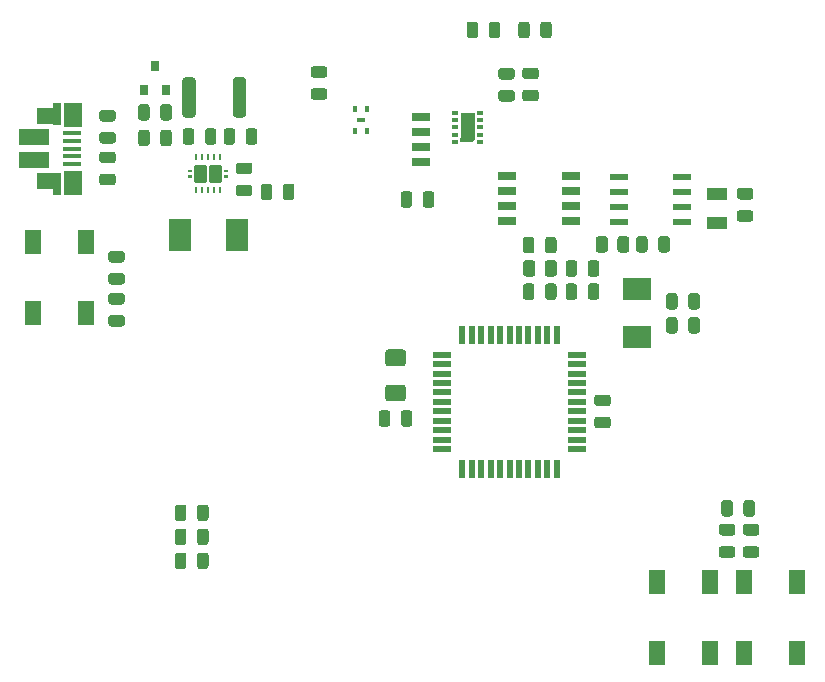
<source format=gtp>
G04 #@! TF.GenerationSoftware,KiCad,Pcbnew,(5.1.9)-1*
G04 #@! TF.CreationDate,2021-06-14T08:32:31+02:00*
G04 #@! TF.ProjectId,SmartSensor,536d6172-7453-4656-9e73-6f722e6b6963,rev?*
G04 #@! TF.SameCoordinates,Original*
G04 #@! TF.FileFunction,Paste,Top*
G04 #@! TF.FilePolarity,Positive*
%FSLAX46Y46*%
G04 Gerber Fmt 4.6, Leading zero omitted, Abs format (unit mm)*
G04 Created by KiCad (PCBNEW (5.1.9)-1) date 2021-06-14 08:32:31*
%MOMM*%
%LPD*%
G01*
G04 APERTURE LIST*
%ADD10R,0.800000X0.350000*%
%ADD11R,0.300000X0.500000*%
%ADD12R,2.000000X1.350000*%
%ADD13R,0.700000X1.825000*%
%ADD14R,1.500000X2.000000*%
%ADD15R,1.650000X0.400000*%
%ADD16R,2.500000X1.430000*%
%ADD17R,1.903000X2.790000*%
%ADD18R,0.800000X0.900000*%
%ADD19R,0.240000X0.600000*%
%ADD20C,0.100000*%
%ADD21R,1.000000X0.300000*%
%ADD22R,1.300000X2.200000*%
%ADD23R,0.600000X0.400000*%
%ADD24R,1.550000X0.600000*%
%ADD25R,1.500000X0.550000*%
%ADD26R,0.550000X1.500000*%
%ADD27R,1.800000X1.000000*%
%ADD28R,1.500000X0.650000*%
%ADD29R,2.400000X1.900000*%
%ADD30R,1.600000X0.700000*%
%ADD31R,1.400000X2.100000*%
G04 APERTURE END LIST*
G36*
G01*
X226770250Y-127644500D02*
X225857750Y-127644500D01*
G75*
G02*
X225614000Y-127400750I0J243750D01*
G01*
X225614000Y-126913250D01*
G75*
G02*
X225857750Y-126669500I243750J0D01*
G01*
X226770250Y-126669500D01*
G75*
G02*
X227014000Y-126913250I0J-243750D01*
G01*
X227014000Y-127400750D01*
G75*
G02*
X226770250Y-127644500I-243750J0D01*
G01*
G37*
G36*
G01*
X226770250Y-129519500D02*
X225857750Y-129519500D01*
G75*
G02*
X225614000Y-129275750I0J243750D01*
G01*
X225614000Y-128788250D01*
G75*
G02*
X225857750Y-128544500I243750J0D01*
G01*
X226770250Y-128544500D01*
G75*
G02*
X227014000Y-128788250I0J-243750D01*
G01*
X227014000Y-129275750D01*
G75*
G02*
X226770250Y-129519500I-243750J0D01*
G01*
G37*
G36*
G01*
X184805500Y-99008250D02*
X184805500Y-98095750D01*
G75*
G02*
X185049250Y-97852000I243750J0D01*
G01*
X185536750Y-97852000D01*
G75*
G02*
X185780500Y-98095750I0J-243750D01*
G01*
X185780500Y-99008250D01*
G75*
G02*
X185536750Y-99252000I-243750J0D01*
G01*
X185049250Y-99252000D01*
G75*
G02*
X184805500Y-99008250I0J243750D01*
G01*
G37*
G36*
G01*
X186680500Y-99008250D02*
X186680500Y-98095750D01*
G75*
G02*
X186924250Y-97852000I243750J0D01*
G01*
X187411750Y-97852000D01*
G75*
G02*
X187655500Y-98095750I0J-243750D01*
G01*
X187655500Y-99008250D01*
G75*
G02*
X187411750Y-99252000I-243750J0D01*
G01*
X186924250Y-99252000D01*
G75*
G02*
X186680500Y-99008250I0J243750D01*
G01*
G37*
G36*
G01*
X184510500Y-93396750D02*
X184510500Y-94309250D01*
G75*
G02*
X184266750Y-94553000I-243750J0D01*
G01*
X183779250Y-94553000D01*
G75*
G02*
X183535500Y-94309250I0J243750D01*
G01*
X183535500Y-93396750D01*
G75*
G02*
X183779250Y-93153000I243750J0D01*
G01*
X184266750Y-93153000D01*
G75*
G02*
X184510500Y-93396750I0J-243750D01*
G01*
G37*
G36*
G01*
X182635500Y-93396750D02*
X182635500Y-94309250D01*
G75*
G02*
X182391750Y-94553000I-243750J0D01*
G01*
X181904250Y-94553000D01*
G75*
G02*
X181660500Y-94309250I0J243750D01*
G01*
X181660500Y-93396750D01*
G75*
G02*
X181904250Y-93153000I243750J0D01*
G01*
X182391750Y-93153000D01*
G75*
G02*
X182635500Y-93396750I0J-243750D01*
G01*
G37*
G36*
G01*
X175396500Y-93523750D02*
X175396500Y-94436250D01*
G75*
G02*
X175152750Y-94680000I-243750J0D01*
G01*
X174665250Y-94680000D01*
G75*
G02*
X174421500Y-94436250I0J243750D01*
G01*
X174421500Y-93523750D01*
G75*
G02*
X174665250Y-93280000I243750J0D01*
G01*
X175152750Y-93280000D01*
G75*
G02*
X175396500Y-93523750I0J-243750D01*
G01*
G37*
G36*
G01*
X177271500Y-93523750D02*
X177271500Y-94436250D01*
G75*
G02*
X177027750Y-94680000I-243750J0D01*
G01*
X176540250Y-94680000D01*
G75*
G02*
X176296500Y-94436250I0J243750D01*
G01*
X176296500Y-93523750D01*
G75*
G02*
X176540250Y-93280000I243750J0D01*
G01*
X177027750Y-93280000D01*
G75*
G02*
X177271500Y-93523750I0J-243750D01*
G01*
G37*
G36*
G01*
X178201500Y-94309250D02*
X178201500Y-93396750D01*
G75*
G02*
X178445250Y-93153000I243750J0D01*
G01*
X178932750Y-93153000D01*
G75*
G02*
X179176500Y-93396750I0J-243750D01*
G01*
X179176500Y-94309250D01*
G75*
G02*
X178932750Y-94553000I-243750J0D01*
G01*
X178445250Y-94553000D01*
G75*
G02*
X178201500Y-94309250I0J243750D01*
G01*
G37*
G36*
G01*
X180076500Y-94309250D02*
X180076500Y-93396750D01*
G75*
G02*
X180320250Y-93153000I243750J0D01*
G01*
X180807750Y-93153000D01*
G75*
G02*
X181051500Y-93396750I0J-243750D01*
G01*
X181051500Y-94309250D01*
G75*
G02*
X180807750Y-94553000I-243750J0D01*
G01*
X180320250Y-94553000D01*
G75*
G02*
X180076500Y-94309250I0J243750D01*
G01*
G37*
G36*
G01*
X208101250Y-89006500D02*
X207188750Y-89006500D01*
G75*
G02*
X206945000Y-88762750I0J243750D01*
G01*
X206945000Y-88275250D01*
G75*
G02*
X207188750Y-88031500I243750J0D01*
G01*
X208101250Y-88031500D01*
G75*
G02*
X208345000Y-88275250I0J-243750D01*
G01*
X208345000Y-88762750D01*
G75*
G02*
X208101250Y-89006500I-243750J0D01*
G01*
G37*
G36*
G01*
X208101250Y-90881500D02*
X207188750Y-90881500D01*
G75*
G02*
X206945000Y-90637750I0J243750D01*
G01*
X206945000Y-90150250D01*
G75*
G02*
X207188750Y-89906500I243750J0D01*
G01*
X208101250Y-89906500D01*
G75*
G02*
X208345000Y-90150250I0J-243750D01*
G01*
X208345000Y-90637750D01*
G75*
G02*
X208101250Y-90881500I-243750J0D01*
G01*
G37*
G36*
G01*
X206069250Y-90911500D02*
X205156750Y-90911500D01*
G75*
G02*
X204913000Y-90667750I0J243750D01*
G01*
X204913000Y-90180250D01*
G75*
G02*
X205156750Y-89936500I243750J0D01*
G01*
X206069250Y-89936500D01*
G75*
G02*
X206313000Y-90180250I0J-243750D01*
G01*
X206313000Y-90667750D01*
G75*
G02*
X206069250Y-90911500I-243750J0D01*
G01*
G37*
G36*
G01*
X206069250Y-89036500D02*
X205156750Y-89036500D01*
G75*
G02*
X204913000Y-88792750I0J243750D01*
G01*
X204913000Y-88305250D01*
G75*
G02*
X205156750Y-88061500I243750J0D01*
G01*
X206069250Y-88061500D01*
G75*
G02*
X206313000Y-88305250I0J-243750D01*
G01*
X206313000Y-88792750D01*
G75*
G02*
X206069250Y-89036500I-243750J0D01*
G01*
G37*
G36*
G01*
X198521500Y-99643250D02*
X198521500Y-98730750D01*
G75*
G02*
X198765250Y-98487000I243750J0D01*
G01*
X199252750Y-98487000D01*
G75*
G02*
X199496500Y-98730750I0J-243750D01*
G01*
X199496500Y-99643250D01*
G75*
G02*
X199252750Y-99887000I-243750J0D01*
G01*
X198765250Y-99887000D01*
G75*
G02*
X198521500Y-99643250I0J243750D01*
G01*
G37*
G36*
G01*
X196646500Y-99643250D02*
X196646500Y-98730750D01*
G75*
G02*
X196890250Y-98487000I243750J0D01*
G01*
X197377750Y-98487000D01*
G75*
G02*
X197621500Y-98730750I0J-243750D01*
G01*
X197621500Y-99643250D01*
G75*
G02*
X197377750Y-99887000I-243750J0D01*
G01*
X196890250Y-99887000D01*
G75*
G02*
X196646500Y-99643250I0J243750D01*
G01*
G37*
G36*
G01*
X190194250Y-88879500D02*
X189281750Y-88879500D01*
G75*
G02*
X189038000Y-88635750I0J243750D01*
G01*
X189038000Y-88148250D01*
G75*
G02*
X189281750Y-87904500I243750J0D01*
G01*
X190194250Y-87904500D01*
G75*
G02*
X190438000Y-88148250I0J-243750D01*
G01*
X190438000Y-88635750D01*
G75*
G02*
X190194250Y-88879500I-243750J0D01*
G01*
G37*
G36*
G01*
X190194250Y-90754500D02*
X189281750Y-90754500D01*
G75*
G02*
X189038000Y-90510750I0J243750D01*
G01*
X189038000Y-90023250D01*
G75*
G02*
X189281750Y-89779500I243750J0D01*
G01*
X190194250Y-89779500D01*
G75*
G02*
X190438000Y-90023250I0J-243750D01*
G01*
X190438000Y-90510750D01*
G75*
G02*
X190194250Y-90754500I-243750J0D01*
G01*
G37*
G36*
G01*
X221000500Y-108279250D02*
X221000500Y-107366750D01*
G75*
G02*
X221244250Y-107123000I243750J0D01*
G01*
X221731750Y-107123000D01*
G75*
G02*
X221975500Y-107366750I0J-243750D01*
G01*
X221975500Y-108279250D01*
G75*
G02*
X221731750Y-108523000I-243750J0D01*
G01*
X221244250Y-108523000D01*
G75*
G02*
X221000500Y-108279250I0J243750D01*
G01*
G37*
G36*
G01*
X219125500Y-108279250D02*
X219125500Y-107366750D01*
G75*
G02*
X219369250Y-107123000I243750J0D01*
G01*
X219856750Y-107123000D01*
G75*
G02*
X220100500Y-107366750I0J-243750D01*
G01*
X220100500Y-108279250D01*
G75*
G02*
X219856750Y-108523000I-243750J0D01*
G01*
X219369250Y-108523000D01*
G75*
G02*
X219125500Y-108279250I0J243750D01*
G01*
G37*
G36*
G01*
X223794500Y-125805250D02*
X223794500Y-124892750D01*
G75*
G02*
X224038250Y-124649000I243750J0D01*
G01*
X224525750Y-124649000D01*
G75*
G02*
X224769500Y-124892750I0J-243750D01*
G01*
X224769500Y-125805250D01*
G75*
G02*
X224525750Y-126049000I-243750J0D01*
G01*
X224038250Y-126049000D01*
G75*
G02*
X223794500Y-125805250I0J243750D01*
G01*
G37*
G36*
G01*
X225669500Y-125805250D02*
X225669500Y-124892750D01*
G75*
G02*
X225913250Y-124649000I243750J0D01*
G01*
X226400750Y-124649000D01*
G75*
G02*
X226644500Y-124892750I0J-243750D01*
G01*
X226644500Y-125805250D01*
G75*
G02*
X226400750Y-126049000I-243750J0D01*
G01*
X225913250Y-126049000D01*
G75*
G02*
X225669500Y-125805250I0J243750D01*
G01*
G37*
G36*
G01*
X219125500Y-110311250D02*
X219125500Y-109398750D01*
G75*
G02*
X219369250Y-109155000I243750J0D01*
G01*
X219856750Y-109155000D01*
G75*
G02*
X220100500Y-109398750I0J-243750D01*
G01*
X220100500Y-110311250D01*
G75*
G02*
X219856750Y-110555000I-243750J0D01*
G01*
X219369250Y-110555000D01*
G75*
G02*
X219125500Y-110311250I0J243750D01*
G01*
G37*
G36*
G01*
X221000500Y-110311250D02*
X221000500Y-109398750D01*
G75*
G02*
X221244250Y-109155000I243750J0D01*
G01*
X221731750Y-109155000D01*
G75*
G02*
X221975500Y-109398750I0J-243750D01*
G01*
X221975500Y-110311250D01*
G75*
G02*
X221731750Y-110555000I-243750J0D01*
G01*
X221244250Y-110555000D01*
G75*
G02*
X221000500Y-110311250I0J243750D01*
G01*
G37*
G36*
G01*
X214197250Y-118567500D02*
X213284750Y-118567500D01*
G75*
G02*
X213041000Y-118323750I0J243750D01*
G01*
X213041000Y-117836250D01*
G75*
G02*
X213284750Y-117592500I243750J0D01*
G01*
X214197250Y-117592500D01*
G75*
G02*
X214441000Y-117836250I0J-243750D01*
G01*
X214441000Y-118323750D01*
G75*
G02*
X214197250Y-118567500I-243750J0D01*
G01*
G37*
G36*
G01*
X214197250Y-116692500D02*
X213284750Y-116692500D01*
G75*
G02*
X213041000Y-116448750I0J243750D01*
G01*
X213041000Y-115961250D01*
G75*
G02*
X213284750Y-115717500I243750J0D01*
G01*
X214197250Y-115717500D01*
G75*
G02*
X214441000Y-115961250I0J-243750D01*
G01*
X214441000Y-116448750D01*
G75*
G02*
X214197250Y-116692500I-243750J0D01*
G01*
G37*
G36*
G01*
X196665000Y-118185250D02*
X196665000Y-117272750D01*
G75*
G02*
X196908750Y-117029000I243750J0D01*
G01*
X197396250Y-117029000D01*
G75*
G02*
X197640000Y-117272750I0J-243750D01*
G01*
X197640000Y-118185250D01*
G75*
G02*
X197396250Y-118429000I-243750J0D01*
G01*
X196908750Y-118429000D01*
G75*
G02*
X196665000Y-118185250I0J243750D01*
G01*
G37*
G36*
G01*
X194790000Y-118185250D02*
X194790000Y-117272750D01*
G75*
G02*
X195033750Y-117029000I243750J0D01*
G01*
X195521250Y-117029000D01*
G75*
G02*
X195765000Y-117272750I0J-243750D01*
G01*
X195765000Y-118185250D01*
G75*
G02*
X195521250Y-118429000I-243750J0D01*
G01*
X195033750Y-118429000D01*
G75*
G02*
X194790000Y-118185250I0J243750D01*
G01*
G37*
G36*
G01*
X218460500Y-103453250D02*
X218460500Y-102540750D01*
G75*
G02*
X218704250Y-102297000I243750J0D01*
G01*
X219191750Y-102297000D01*
G75*
G02*
X219435500Y-102540750I0J-243750D01*
G01*
X219435500Y-103453250D01*
G75*
G02*
X219191750Y-103697000I-243750J0D01*
G01*
X218704250Y-103697000D01*
G75*
G02*
X218460500Y-103453250I0J243750D01*
G01*
G37*
G36*
G01*
X216585500Y-103453250D02*
X216585500Y-102540750D01*
G75*
G02*
X216829250Y-102297000I243750J0D01*
G01*
X217316750Y-102297000D01*
G75*
G02*
X217560500Y-102540750I0J-243750D01*
G01*
X217560500Y-103453250D01*
G75*
G02*
X217316750Y-103697000I-243750J0D01*
G01*
X216829250Y-103697000D01*
G75*
G02*
X216585500Y-103453250I0J243750D01*
G01*
G37*
G36*
G01*
X179408000Y-130250250D02*
X179408000Y-129337750D01*
G75*
G02*
X179651750Y-129094000I243750J0D01*
G01*
X180139250Y-129094000D01*
G75*
G02*
X180383000Y-129337750I0J-243750D01*
G01*
X180383000Y-130250250D01*
G75*
G02*
X180139250Y-130494000I-243750J0D01*
G01*
X179651750Y-130494000D01*
G75*
G02*
X179408000Y-130250250I0J243750D01*
G01*
G37*
G36*
G01*
X177533000Y-130250250D02*
X177533000Y-129337750D01*
G75*
G02*
X177776750Y-129094000I243750J0D01*
G01*
X178264250Y-129094000D01*
G75*
G02*
X178508000Y-129337750I0J-243750D01*
G01*
X178508000Y-130250250D01*
G75*
G02*
X178264250Y-130494000I-243750J0D01*
G01*
X177776750Y-130494000D01*
G75*
G02*
X177533000Y-130250250I0J243750D01*
G01*
G37*
G36*
G01*
X177533000Y-128218250D02*
X177533000Y-127305750D01*
G75*
G02*
X177776750Y-127062000I243750J0D01*
G01*
X178264250Y-127062000D01*
G75*
G02*
X178508000Y-127305750I0J-243750D01*
G01*
X178508000Y-128218250D01*
G75*
G02*
X178264250Y-128462000I-243750J0D01*
G01*
X177776750Y-128462000D01*
G75*
G02*
X177533000Y-128218250I0J243750D01*
G01*
G37*
G36*
G01*
X179408000Y-128218250D02*
X179408000Y-127305750D01*
G75*
G02*
X179651750Y-127062000I243750J0D01*
G01*
X180139250Y-127062000D01*
G75*
G02*
X180383000Y-127305750I0J-243750D01*
G01*
X180383000Y-128218250D01*
G75*
G02*
X180139250Y-128462000I-243750J0D01*
G01*
X179651750Y-128462000D01*
G75*
G02*
X179408000Y-128218250I0J243750D01*
G01*
G37*
G36*
G01*
X177533000Y-126186250D02*
X177533000Y-125273750D01*
G75*
G02*
X177776750Y-125030000I243750J0D01*
G01*
X178264250Y-125030000D01*
G75*
G02*
X178508000Y-125273750I0J-243750D01*
G01*
X178508000Y-126186250D01*
G75*
G02*
X178264250Y-126430000I-243750J0D01*
G01*
X177776750Y-126430000D01*
G75*
G02*
X177533000Y-126186250I0J243750D01*
G01*
G37*
G36*
G01*
X179408000Y-126186250D02*
X179408000Y-125273750D01*
G75*
G02*
X179651750Y-125030000I243750J0D01*
G01*
X180139250Y-125030000D01*
G75*
G02*
X180383000Y-125273750I0J-243750D01*
G01*
X180383000Y-126186250D01*
G75*
G02*
X180139250Y-126430000I-243750J0D01*
G01*
X179651750Y-126430000D01*
G75*
G02*
X179408000Y-126186250I0J243750D01*
G01*
G37*
G36*
G01*
X175396500Y-91364750D02*
X175396500Y-92277250D01*
G75*
G02*
X175152750Y-92521000I-243750J0D01*
G01*
X174665250Y-92521000D01*
G75*
G02*
X174421500Y-92277250I0J243750D01*
G01*
X174421500Y-91364750D01*
G75*
G02*
X174665250Y-91121000I243750J0D01*
G01*
X175152750Y-91121000D01*
G75*
G02*
X175396500Y-91364750I0J-243750D01*
G01*
G37*
G36*
G01*
X177271500Y-91364750D02*
X177271500Y-92277250D01*
G75*
G02*
X177027750Y-92521000I-243750J0D01*
G01*
X176540250Y-92521000D01*
G75*
G02*
X176296500Y-92277250I0J243750D01*
G01*
X176296500Y-91364750D01*
G75*
G02*
X176540250Y-91121000I243750J0D01*
G01*
X177027750Y-91121000D01*
G75*
G02*
X177271500Y-91364750I0J-243750D01*
G01*
G37*
G36*
G01*
X224738250Y-129519500D02*
X223825750Y-129519500D01*
G75*
G02*
X223582000Y-129275750I0J243750D01*
G01*
X223582000Y-128788250D01*
G75*
G02*
X223825750Y-128544500I243750J0D01*
G01*
X224738250Y-128544500D01*
G75*
G02*
X224982000Y-128788250I0J-243750D01*
G01*
X224982000Y-129275750D01*
G75*
G02*
X224738250Y-129519500I-243750J0D01*
G01*
G37*
G36*
G01*
X224738250Y-127644500D02*
X223825750Y-127644500D01*
G75*
G02*
X223582000Y-127400750I0J243750D01*
G01*
X223582000Y-126913250D01*
G75*
G02*
X223825750Y-126669500I243750J0D01*
G01*
X224738250Y-126669500D01*
G75*
G02*
X224982000Y-126913250I0J-243750D01*
G01*
X224982000Y-127400750D01*
G75*
G02*
X224738250Y-127644500I-243750J0D01*
G01*
G37*
G36*
G01*
X211591500Y-106541250D02*
X211591500Y-107453750D01*
G75*
G02*
X211347750Y-107697500I-243750J0D01*
G01*
X210860250Y-107697500D01*
G75*
G02*
X210616500Y-107453750I0J243750D01*
G01*
X210616500Y-106541250D01*
G75*
G02*
X210860250Y-106297500I243750J0D01*
G01*
X211347750Y-106297500D01*
G75*
G02*
X211591500Y-106541250I0J-243750D01*
G01*
G37*
G36*
G01*
X213466500Y-106541250D02*
X213466500Y-107453750D01*
G75*
G02*
X213222750Y-107697500I-243750J0D01*
G01*
X212735250Y-107697500D01*
G75*
G02*
X212491500Y-107453750I0J243750D01*
G01*
X212491500Y-106541250D01*
G75*
G02*
X212735250Y-106297500I243750J0D01*
G01*
X213222750Y-106297500D01*
G75*
G02*
X213466500Y-106541250I0J-243750D01*
G01*
G37*
G36*
G01*
X172136750Y-103555500D02*
X173049250Y-103555500D01*
G75*
G02*
X173293000Y-103799250I0J-243750D01*
G01*
X173293000Y-104286750D01*
G75*
G02*
X173049250Y-104530500I-243750J0D01*
G01*
X172136750Y-104530500D01*
G75*
G02*
X171893000Y-104286750I0J243750D01*
G01*
X171893000Y-103799250D01*
G75*
G02*
X172136750Y-103555500I243750J0D01*
G01*
G37*
G36*
G01*
X172136750Y-105430500D02*
X173049250Y-105430500D01*
G75*
G02*
X173293000Y-105674250I0J-243750D01*
G01*
X173293000Y-106161750D01*
G75*
G02*
X173049250Y-106405500I-243750J0D01*
G01*
X172136750Y-106405500D01*
G75*
G02*
X171893000Y-106161750I0J243750D01*
G01*
X171893000Y-105674250D01*
G75*
G02*
X172136750Y-105430500I243750J0D01*
G01*
G37*
G36*
G01*
X225349750Y-98221500D02*
X226262250Y-98221500D01*
G75*
G02*
X226506000Y-98465250I0J-243750D01*
G01*
X226506000Y-98952750D01*
G75*
G02*
X226262250Y-99196500I-243750J0D01*
G01*
X225349750Y-99196500D01*
G75*
G02*
X225106000Y-98952750I0J243750D01*
G01*
X225106000Y-98465250D01*
G75*
G02*
X225349750Y-98221500I243750J0D01*
G01*
G37*
G36*
G01*
X225349750Y-100096500D02*
X226262250Y-100096500D01*
G75*
G02*
X226506000Y-100340250I0J-243750D01*
G01*
X226506000Y-100827750D01*
G75*
G02*
X226262250Y-101071500I-243750J0D01*
G01*
X225349750Y-101071500D01*
G75*
G02*
X225106000Y-100827750I0J243750D01*
G01*
X225106000Y-100340250D01*
G75*
G02*
X225349750Y-100096500I243750J0D01*
G01*
G37*
G36*
G01*
X183569500Y-89100998D02*
X183569500Y-92001002D01*
G75*
G02*
X183319502Y-92251000I-249998J0D01*
G01*
X182694498Y-92251000D01*
G75*
G02*
X182444500Y-92001002I0J249998D01*
G01*
X182444500Y-89100998D01*
G75*
G02*
X182694498Y-88851000I249998J0D01*
G01*
X183319502Y-88851000D01*
G75*
G02*
X183569500Y-89100998I0J-249998D01*
G01*
G37*
G36*
G01*
X179294500Y-89100998D02*
X179294500Y-92001002D01*
G75*
G02*
X179044502Y-92251000I-249998J0D01*
G01*
X178419498Y-92251000D01*
G75*
G02*
X178169500Y-92001002I0J249998D01*
G01*
X178169500Y-89100998D01*
G75*
G02*
X178419498Y-88851000I249998J0D01*
G01*
X179044502Y-88851000D01*
G75*
G02*
X179294500Y-89100998I0J-249998D01*
G01*
G37*
D10*
X193294000Y-92456000D03*
D11*
X192819000Y-91506000D03*
X193769000Y-93406000D03*
X192819000Y-93406000D03*
X193769000Y-91506000D03*
D12*
X166840000Y-97640000D03*
X166840000Y-92160000D03*
D13*
X167590000Y-91940000D03*
X167590000Y-97890000D03*
D14*
X168890000Y-92040000D03*
X168910000Y-97790000D03*
D15*
X168790000Y-93590000D03*
X168790000Y-94240000D03*
X168790000Y-94890000D03*
X168790000Y-95540000D03*
X168790000Y-96190000D03*
D16*
X165640000Y-93930000D03*
X165640000Y-95850000D03*
D17*
X182780000Y-102235000D03*
X177927000Y-102235000D03*
G36*
G01*
X195590000Y-111882500D02*
X196840000Y-111882500D01*
G75*
G02*
X197090000Y-112132500I0J-250000D01*
G01*
X197090000Y-113057500D01*
G75*
G02*
X196840000Y-113307500I-250000J0D01*
G01*
X195590000Y-113307500D01*
G75*
G02*
X195340000Y-113057500I0J250000D01*
G01*
X195340000Y-112132500D01*
G75*
G02*
X195590000Y-111882500I250000J0D01*
G01*
G37*
G36*
G01*
X195590000Y-114857500D02*
X196840000Y-114857500D01*
G75*
G02*
X197090000Y-115107500I0J-250000D01*
G01*
X197090000Y-116032500D01*
G75*
G02*
X196840000Y-116282500I-250000J0D01*
G01*
X195590000Y-116282500D01*
G75*
G02*
X195340000Y-116032500I0J250000D01*
G01*
X195340000Y-115107500D01*
G75*
G02*
X195590000Y-114857500I250000J0D01*
G01*
G37*
D18*
X175829000Y-87916000D03*
X176779000Y-89916000D03*
X174879000Y-89916000D03*
G36*
G01*
X172287250Y-92592500D02*
X171374750Y-92592500D01*
G75*
G02*
X171131000Y-92348750I0J243750D01*
G01*
X171131000Y-91861250D01*
G75*
G02*
X171374750Y-91617500I243750J0D01*
G01*
X172287250Y-91617500D01*
G75*
G02*
X172531000Y-91861250I0J-243750D01*
G01*
X172531000Y-92348750D01*
G75*
G02*
X172287250Y-92592500I-243750J0D01*
G01*
G37*
G36*
G01*
X172287250Y-94467500D02*
X171374750Y-94467500D01*
G75*
G02*
X171131000Y-94223750I0J243750D01*
G01*
X171131000Y-93736250D01*
G75*
G02*
X171374750Y-93492500I243750J0D01*
G01*
X172287250Y-93492500D01*
G75*
G02*
X172531000Y-93736250I0J-243750D01*
G01*
X172531000Y-94223750D01*
G75*
G02*
X172287250Y-94467500I-243750J0D01*
G01*
G37*
G36*
G01*
X172287250Y-97993500D02*
X171374750Y-97993500D01*
G75*
G02*
X171131000Y-97749750I0J243750D01*
G01*
X171131000Y-97262250D01*
G75*
G02*
X171374750Y-97018500I243750J0D01*
G01*
X172287250Y-97018500D01*
G75*
G02*
X172531000Y-97262250I0J-243750D01*
G01*
X172531000Y-97749750D01*
G75*
G02*
X172287250Y-97993500I-243750J0D01*
G01*
G37*
G36*
G01*
X172287250Y-96118500D02*
X171374750Y-96118500D01*
G75*
G02*
X171131000Y-95874750I0J243750D01*
G01*
X171131000Y-95387250D01*
G75*
G02*
X171374750Y-95143500I243750J0D01*
G01*
X172287250Y-95143500D01*
G75*
G02*
X172531000Y-95387250I0J-243750D01*
G01*
X172531000Y-95874750D01*
G75*
G02*
X172287250Y-96118500I-243750J0D01*
G01*
G37*
G36*
G01*
X182931750Y-97937500D02*
X183844250Y-97937500D01*
G75*
G02*
X184088000Y-98181250I0J-243750D01*
G01*
X184088000Y-98668750D01*
G75*
G02*
X183844250Y-98912500I-243750J0D01*
G01*
X182931750Y-98912500D01*
G75*
G02*
X182688000Y-98668750I0J243750D01*
G01*
X182688000Y-98181250D01*
G75*
G02*
X182931750Y-97937500I243750J0D01*
G01*
G37*
G36*
G01*
X182931750Y-96062500D02*
X183844250Y-96062500D01*
G75*
G02*
X184088000Y-96306250I0J-243750D01*
G01*
X184088000Y-96793750D01*
G75*
G02*
X183844250Y-97037500I-243750J0D01*
G01*
X182931750Y-97037500D01*
G75*
G02*
X182688000Y-96793750I0J243750D01*
G01*
X182688000Y-96306250D01*
G75*
G02*
X182931750Y-96062500I243750J0D01*
G01*
G37*
G36*
G01*
X202234500Y-85292250D02*
X202234500Y-84379750D01*
G75*
G02*
X202478250Y-84136000I243750J0D01*
G01*
X202965750Y-84136000D01*
G75*
G02*
X203209500Y-84379750I0J-243750D01*
G01*
X203209500Y-85292250D01*
G75*
G02*
X202965750Y-85536000I-243750J0D01*
G01*
X202478250Y-85536000D01*
G75*
G02*
X202234500Y-85292250I0J243750D01*
G01*
G37*
G36*
G01*
X204109500Y-85292250D02*
X204109500Y-84379750D01*
G75*
G02*
X204353250Y-84136000I243750J0D01*
G01*
X204840750Y-84136000D01*
G75*
G02*
X205084500Y-84379750I0J-243750D01*
G01*
X205084500Y-85292250D01*
G75*
G02*
X204840750Y-85536000I-243750J0D01*
G01*
X204353250Y-85536000D01*
G75*
G02*
X204109500Y-85292250I0J243750D01*
G01*
G37*
G36*
G01*
X207972000Y-106541250D02*
X207972000Y-107453750D01*
G75*
G02*
X207728250Y-107697500I-243750J0D01*
G01*
X207240750Y-107697500D01*
G75*
G02*
X206997000Y-107453750I0J243750D01*
G01*
X206997000Y-106541250D01*
G75*
G02*
X207240750Y-106297500I243750J0D01*
G01*
X207728250Y-106297500D01*
G75*
G02*
X207972000Y-106541250I0J-243750D01*
G01*
G37*
G36*
G01*
X209847000Y-106541250D02*
X209847000Y-107453750D01*
G75*
G02*
X209603250Y-107697500I-243750J0D01*
G01*
X209115750Y-107697500D01*
G75*
G02*
X208872000Y-107453750I0J243750D01*
G01*
X208872000Y-106541250D01*
G75*
G02*
X209115750Y-106297500I243750J0D01*
G01*
X209603250Y-106297500D01*
G75*
G02*
X209847000Y-106541250I0J-243750D01*
G01*
G37*
G36*
G01*
X207576000Y-84379750D02*
X207576000Y-85292250D01*
G75*
G02*
X207332250Y-85536000I-243750J0D01*
G01*
X206844750Y-85536000D01*
G75*
G02*
X206601000Y-85292250I0J243750D01*
G01*
X206601000Y-84379750D01*
G75*
G02*
X206844750Y-84136000I243750J0D01*
G01*
X207332250Y-84136000D01*
G75*
G02*
X207576000Y-84379750I0J-243750D01*
G01*
G37*
G36*
G01*
X209451000Y-84379750D02*
X209451000Y-85292250D01*
G75*
G02*
X209207250Y-85536000I-243750J0D01*
G01*
X208719750Y-85536000D01*
G75*
G02*
X208476000Y-85292250I0J243750D01*
G01*
X208476000Y-84379750D01*
G75*
G02*
X208719750Y-84136000I243750J0D01*
G01*
X209207250Y-84136000D01*
G75*
G02*
X209451000Y-84379750I0J-243750D01*
G01*
G37*
G36*
G01*
X172136750Y-107111500D02*
X173049250Y-107111500D01*
G75*
G02*
X173293000Y-107355250I0J-243750D01*
G01*
X173293000Y-107842750D01*
G75*
G02*
X173049250Y-108086500I-243750J0D01*
G01*
X172136750Y-108086500D01*
G75*
G02*
X171893000Y-107842750I0J243750D01*
G01*
X171893000Y-107355250D01*
G75*
G02*
X172136750Y-107111500I243750J0D01*
G01*
G37*
G36*
G01*
X172136750Y-108986500D02*
X173049250Y-108986500D01*
G75*
G02*
X173293000Y-109230250I0J-243750D01*
G01*
X173293000Y-109717750D01*
G75*
G02*
X173049250Y-109961500I-243750J0D01*
G01*
X172136750Y-109961500D01*
G75*
G02*
X171893000Y-109717750I0J243750D01*
G01*
X171893000Y-109230250D01*
G75*
G02*
X172136750Y-108986500I243750J0D01*
G01*
G37*
G36*
G01*
X181378000Y-97781000D02*
X180530000Y-97781000D01*
G75*
G02*
X180424000Y-97675000I0J106000D01*
G01*
X180424000Y-96387000D01*
G75*
G02*
X180530000Y-96281000I106000J0D01*
G01*
X181378000Y-96281000D01*
G75*
G02*
X181484000Y-96387000I0J-106000D01*
G01*
X181484000Y-97675000D01*
G75*
G02*
X181378000Y-97781000I-106000J0D01*
G01*
G37*
G36*
G01*
X180118000Y-97781000D02*
X179270000Y-97781000D01*
G75*
G02*
X179164000Y-97675000I0J106000D01*
G01*
X179164000Y-96387000D01*
G75*
G02*
X179270000Y-96281000I106000J0D01*
G01*
X180118000Y-96281000D01*
G75*
G02*
X180224000Y-96387000I0J-106000D01*
G01*
X180224000Y-97675000D01*
G75*
G02*
X180118000Y-97781000I-106000J0D01*
G01*
G37*
G36*
G01*
X178939000Y-97406000D02*
X178649000Y-97406000D01*
G75*
G02*
X178624000Y-97381000I0J25000D01*
G01*
X178624000Y-97181000D01*
G75*
G02*
X178649000Y-97156000I25000J0D01*
G01*
X178939000Y-97156000D01*
G75*
G02*
X178964000Y-97181000I0J-25000D01*
G01*
X178964000Y-97381000D01*
G75*
G02*
X178939000Y-97406000I-25000J0D01*
G01*
G37*
G36*
G01*
X178939000Y-96906000D02*
X178649000Y-96906000D01*
G75*
G02*
X178624000Y-96881000I0J25000D01*
G01*
X178624000Y-96681000D01*
G75*
G02*
X178649000Y-96656000I25000J0D01*
G01*
X178939000Y-96656000D01*
G75*
G02*
X178964000Y-96681000I0J-25000D01*
G01*
X178964000Y-96881000D01*
G75*
G02*
X178939000Y-96906000I-25000J0D01*
G01*
G37*
G36*
G01*
X181999000Y-97406000D02*
X181709000Y-97406000D01*
G75*
G02*
X181684000Y-97381000I0J25000D01*
G01*
X181684000Y-97181000D01*
G75*
G02*
X181709000Y-97156000I25000J0D01*
G01*
X181999000Y-97156000D01*
G75*
G02*
X182024000Y-97181000I0J-25000D01*
G01*
X182024000Y-97381000D01*
G75*
G02*
X181999000Y-97406000I-25000J0D01*
G01*
G37*
G36*
G01*
X181999000Y-96906000D02*
X181709000Y-96906000D01*
G75*
G02*
X181684000Y-96881000I0J25000D01*
G01*
X181684000Y-96681000D01*
G75*
G02*
X181709000Y-96656000I25000J0D01*
G01*
X181999000Y-96656000D01*
G75*
G02*
X182024000Y-96681000I0J-25000D01*
G01*
X182024000Y-96881000D01*
G75*
G02*
X181999000Y-96906000I-25000J0D01*
G01*
G37*
D19*
X179324000Y-98431000D03*
X179824000Y-98431000D03*
X180324000Y-98431000D03*
X180824000Y-98431000D03*
X181324000Y-98431000D03*
X181324000Y-95631000D03*
X180824000Y-95631000D03*
X180324000Y-95631000D03*
X179824000Y-95631000D03*
X179324000Y-95631000D03*
D20*
G36*
X202961000Y-94041000D02*
G01*
X202661000Y-94341000D01*
X201961000Y-94341000D01*
X201661000Y-94041000D01*
X202961000Y-94041000D01*
G37*
D21*
X202161000Y-94191000D03*
D22*
X202311000Y-92941000D03*
D23*
X201261000Y-91891000D03*
X201261000Y-92491000D03*
X201261000Y-94291000D03*
X201261000Y-93691000D03*
X203361000Y-91891000D03*
X203361000Y-94291000D03*
X203361000Y-93691000D03*
X203361000Y-93091000D03*
X203361000Y-92491000D03*
X201261000Y-93091000D03*
D24*
X220505000Y-101092000D03*
X220505000Y-99822000D03*
X220505000Y-98552000D03*
X220505000Y-97282000D03*
X215105000Y-97282000D03*
X215105000Y-98552000D03*
X215105000Y-99822000D03*
X215105000Y-101092000D03*
D25*
X211567000Y-120332000D03*
X211567000Y-119532000D03*
X211567000Y-118732000D03*
X211567000Y-117932000D03*
X211567000Y-117132000D03*
X211567000Y-116332000D03*
X211567000Y-115532000D03*
X211567000Y-114732000D03*
X211567000Y-113932000D03*
X211567000Y-113132000D03*
X211567000Y-112332000D03*
D26*
X209867000Y-110632000D03*
X209067000Y-110632000D03*
X208267000Y-110632000D03*
X207467000Y-110632000D03*
X206667000Y-110632000D03*
X205867000Y-110632000D03*
X205067000Y-110632000D03*
X204267000Y-110632000D03*
X203467000Y-110632000D03*
X202667000Y-110632000D03*
X201867000Y-110632000D03*
D25*
X200167000Y-112332000D03*
X200167000Y-113132000D03*
X200167000Y-113932000D03*
X200167000Y-114732000D03*
X200167000Y-115532000D03*
X200167000Y-116332000D03*
X200167000Y-117132000D03*
X200167000Y-117932000D03*
X200167000Y-118732000D03*
X200167000Y-119532000D03*
X200167000Y-120332000D03*
D26*
X201867000Y-122032000D03*
X202667000Y-122032000D03*
X203467000Y-122032000D03*
X204267000Y-122032000D03*
X205067000Y-122032000D03*
X205867000Y-122032000D03*
X206667000Y-122032000D03*
X207467000Y-122032000D03*
X208267000Y-122032000D03*
X209067000Y-122032000D03*
X209867000Y-122032000D03*
D27*
X223393000Y-101219000D03*
X223393000Y-98719000D03*
G36*
G01*
X206997000Y-103516750D02*
X206997000Y-102604250D01*
G75*
G02*
X207240750Y-102360500I243750J0D01*
G01*
X207728250Y-102360500D01*
G75*
G02*
X207972000Y-102604250I0J-243750D01*
G01*
X207972000Y-103516750D01*
G75*
G02*
X207728250Y-103760500I-243750J0D01*
G01*
X207240750Y-103760500D01*
G75*
G02*
X206997000Y-103516750I0J243750D01*
G01*
G37*
G36*
G01*
X208872000Y-103516750D02*
X208872000Y-102604250D01*
G75*
G02*
X209115750Y-102360500I243750J0D01*
G01*
X209603250Y-102360500D01*
G75*
G02*
X209847000Y-102604250I0J-243750D01*
G01*
X209847000Y-103516750D01*
G75*
G02*
X209603250Y-103760500I-243750J0D01*
G01*
X209115750Y-103760500D01*
G75*
G02*
X208872000Y-103516750I0J243750D01*
G01*
G37*
D28*
X211043500Y-101028500D03*
X211043500Y-99758500D03*
X211043500Y-98488500D03*
X211043500Y-97218500D03*
X205643500Y-97218500D03*
X205643500Y-98488500D03*
X205643500Y-99758500D03*
X205643500Y-101028500D03*
D29*
X216662000Y-106771000D03*
X216662000Y-110871000D03*
D30*
X198393000Y-96041000D03*
X198393000Y-94771000D03*
X198393000Y-93501000D03*
X198393000Y-92231000D03*
D31*
X230215000Y-131620000D03*
X230215000Y-137620000D03*
X225715000Y-131620000D03*
X225715000Y-137620000D03*
X170017000Y-102791000D03*
X170017000Y-108791000D03*
X165517000Y-102791000D03*
X165517000Y-108791000D03*
X222849000Y-131620000D03*
X222849000Y-137620000D03*
X218349000Y-131620000D03*
X218349000Y-137620000D03*
G36*
G01*
X213466500Y-104572750D02*
X213466500Y-105485250D01*
G75*
G02*
X213222750Y-105729000I-243750J0D01*
G01*
X212735250Y-105729000D01*
G75*
G02*
X212491500Y-105485250I0J243750D01*
G01*
X212491500Y-104572750D01*
G75*
G02*
X212735250Y-104329000I243750J0D01*
G01*
X213222750Y-104329000D01*
G75*
G02*
X213466500Y-104572750I0J-243750D01*
G01*
G37*
G36*
G01*
X211591500Y-104572750D02*
X211591500Y-105485250D01*
G75*
G02*
X211347750Y-105729000I-243750J0D01*
G01*
X210860250Y-105729000D01*
G75*
G02*
X210616500Y-105485250I0J243750D01*
G01*
X210616500Y-104572750D01*
G75*
G02*
X210860250Y-104329000I243750J0D01*
G01*
X211347750Y-104329000D01*
G75*
G02*
X211591500Y-104572750I0J-243750D01*
G01*
G37*
G36*
G01*
X209872000Y-104578999D02*
X209872000Y-105479001D01*
G75*
G02*
X209622001Y-105729000I-249999J0D01*
G01*
X209096999Y-105729000D01*
G75*
G02*
X208847000Y-105479001I0J249999D01*
G01*
X208847000Y-104578999D01*
G75*
G02*
X209096999Y-104329000I249999J0D01*
G01*
X209622001Y-104329000D01*
G75*
G02*
X209872000Y-104578999I0J-249999D01*
G01*
G37*
G36*
G01*
X208047000Y-104578999D02*
X208047000Y-105479001D01*
G75*
G02*
X207797001Y-105729000I-249999J0D01*
G01*
X207271999Y-105729000D01*
G75*
G02*
X207022000Y-105479001I0J249999D01*
G01*
X207022000Y-104578999D01*
G75*
G02*
X207271999Y-104329000I249999J0D01*
G01*
X207797001Y-104329000D01*
G75*
G02*
X208047000Y-104578999I0J-249999D01*
G01*
G37*
G36*
G01*
X214190000Y-102546999D02*
X214190000Y-103447001D01*
G75*
G02*
X213940001Y-103697000I-249999J0D01*
G01*
X213414999Y-103697000D01*
G75*
G02*
X213165000Y-103447001I0J249999D01*
G01*
X213165000Y-102546999D01*
G75*
G02*
X213414999Y-102297000I249999J0D01*
G01*
X213940001Y-102297000D01*
G75*
G02*
X214190000Y-102546999I0J-249999D01*
G01*
G37*
G36*
G01*
X216015000Y-102546999D02*
X216015000Y-103447001D01*
G75*
G02*
X215765001Y-103697000I-249999J0D01*
G01*
X215239999Y-103697000D01*
G75*
G02*
X214990000Y-103447001I0J249999D01*
G01*
X214990000Y-102546999D01*
G75*
G02*
X215239999Y-102297000I249999J0D01*
G01*
X215765001Y-102297000D01*
G75*
G02*
X216015000Y-102546999I0J-249999D01*
G01*
G37*
M02*

</source>
